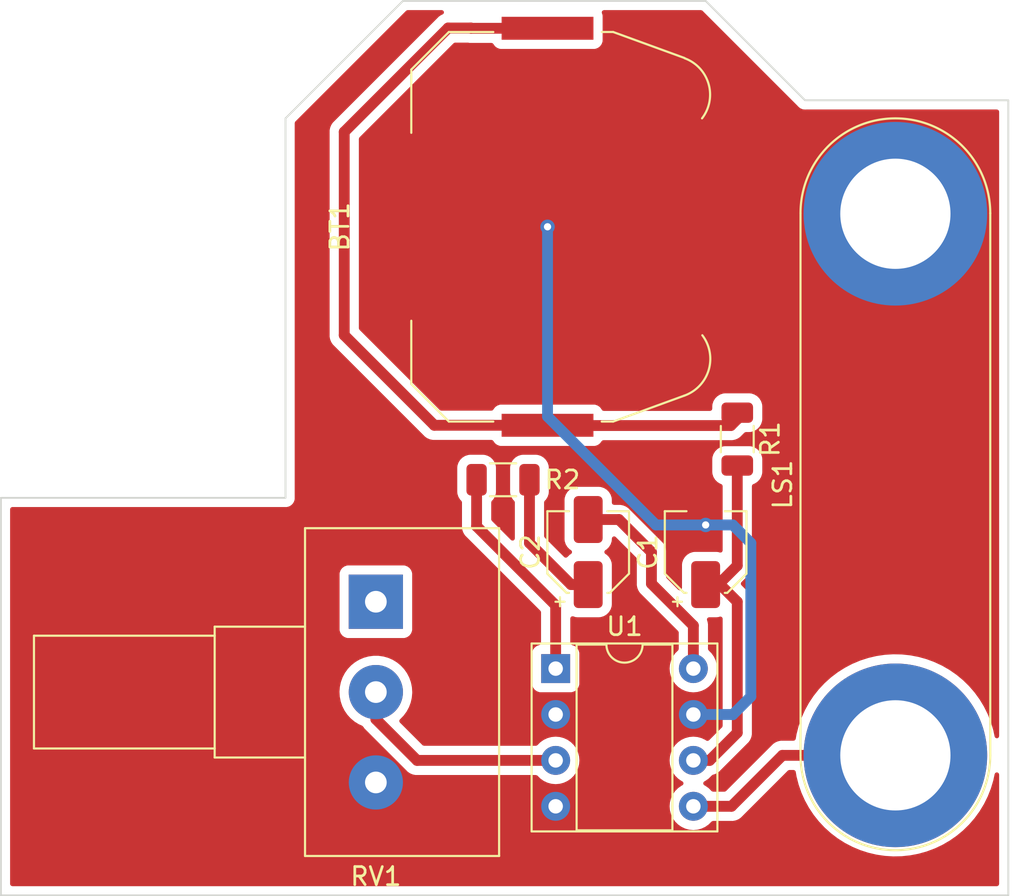
<source format=kicad_pcb>
(kicad_pcb (version 20211014) (generator pcbnew)
  (layers (0 "F.Cu" signal) (31 "B.Cu" signal) (34 "B.Paste" user) (35 "F.Paste" user) (36 "B.SilkS" user "B.Silkscreen") (37 "F.SilkS" user "F.Silkscreen") (38 "B.Mask" user) (39 "F.Mask" user) (44 "Edge.Cuts" user))
  (net 0 "")
  (net 1 "Net-(BT1-Pad1)")
  (net 2 "GND")
  (net 3 "Net-(C1-Pad1)")
  (net 4 "Net-(C2-Pad1)")
  (net 5 "Net-(C2-Pad2)")
  (net 6 "Net-(LS1-Pad1)")
  (net 7 "Net-(R2-Pad2)")
  (net 8 "/Audio Input")
  (net 9 "Net-(RV1-Pad2)")
  (footprint "Capacitor_SMD:CP_Elec_4x5.4" (layer "F.Cu") (at 149.25 93.75 90)
    (fp_text reference "C2" (at 0 -3.2 90) (layer "F.SilkS"))
    (fp_text value "10uF")
    (fp_line (start -1.195563 2.26) (end 2.26 2.26) (layer "F.SilkS") (width 0.12))
    (fp_line (start -2.75 -1.81) (end -2.75 -1.31) (layer "F.SilkS") (width 0.12))
    (fp_line (start -2.26 -1.195563) (end -1.195563 -2.26) (layer "F.SilkS") (width 0.12))
    (fp_line (start 2.26 2.26) (end 2.26 1.06) (layer "F.SilkS") (width 0.12))
    (fp_line (start -2.26 -1.195563) (end -2.26 -1.06) (layer "F.SilkS") (width 0.12))
    (fp_line (start -3 -1.56) (end -2.5 -1.56) (layer "F.SilkS") (width 0.12))
    (fp_line (start -1.195563 -2.26) (end 2.26 -2.26) (layer "F.SilkS") (width 0.12))
    (fp_line (start -2.26 1.195563) (end -1.195563 2.26) (layer "F.SilkS") (width 0.12))
    (fp_line (start -2.26 1.195563) (end -2.26 1.06) (layer "F.SilkS") (width 0.12))
    (fp_line (start 2.26 -2.26) (end 2.26 -1.06) (layer "F.SilkS") (width 0.12))
    (pad "1" smd roundrect (at -1.8 0 90) (size 2.6 1.6) (layers "F.Cu" "F.Paste" "F.Mask") (roundrect_rratio 0.15625) (net 4 "Net-(C2-Pad1)"))
    (pad "2" smd roundrect (at 1.8 0 90) (size 2.6 1.6) (layers "F.Cu" "F.Paste" "F.Mask") (roundrect_rratio 0.15625) (net 5 "Net-(C2-Pad2)"))
  )
  (footprint "Battery:BatteryHolder_Keystone_3034_1x20mm" (layer "F.Cu") (at 147 75.75 90)
    (fp_text reference "BT1" (at 0 -11.5 90) (layer "F.SilkS"))
    (fp_text value "Battery")
    (fp_line (start -8.7 -7.54) (end -10.78 -5.46) (layer "F.SilkS") (width 0.12))
    (fp_line (start -5.2 -7.54) (end -8.7 -7.54) (layer "F.SilkS") (width 0.12))
    (fp_line (start 10.78 3.63) (end 9.34 7.58) (layer "F.SilkS") (width 0.12))
    (fp_line (start 10.78 -5.46) (end 10.78 -3) (layer "F.SilkS") (width 0.12))
    (fp_line (start -10.78 3.63) (end -9.34 7.58) (layer "F.SilkS") (width 0.12))
    (fp_line (start -10.78 3) (end -10.78 3.63) (layer "F.SilkS") (width 0.12))
    (fp_line (start 10.78 3) (end 10.78 3.63) (layer "F.SilkS") (width 0.12))
    (fp_line (start 8.7 -7.54) (end 10.78 -5.46) (layer "F.SilkS") (width 0.12))
    (fp_line (start 8.7 -7.54) (end 5.2 -7.54) (layer "F.SilkS") (width 0.12))
    (fp_line (start -10.78 -5.46) (end -10.78 -3) (layer "F.SilkS") (width 0.12))
    (fp_arc (start -6.003354 8.56653) (mid -7.921654 8.918738) (end -9.34 7.58) (layer "F.SilkS") (width 0.12))
    (fp_arc (start 9.325243 7.588169) (mid 7.90634 8.911668) (end 6 8.55) (layer "F.SilkS") (width 0.12))
    (pad "1" smd rect (at 10.985 0 90) (size 1.27 5.08) (layers "F.Cu" "F.Paste" "F.Mask") (net 1 "Net-(BT1-Pad1)"))
    (pad "1" smd rect (at -10.985 0 90) (size 1.27 5.08) (layers "F.Cu" "F.Paste" "F.Mask") (net 1 "Net-(BT1-Pad1)"))
    (pad "2" smd circle (at 0 0 90) (size 17.8 17.8) (layers "F.Cu" "F.Mask") (net 2 "GND"))
  )
  (footprint "Capacitor_SMD:CP_Elec_4x5.4" (layer "F.Cu") (at 155.75 93.75 90)
    (fp_text reference "C1" (at 0 -3.2 90) (layer "F.SilkS"))
    (fp_text value "220uF")
    (fp_line (start -2.26 -1.195563) (end -2.26 -1.06) (layer "F.SilkS") (width 0.12))
    (fp_line (start -1.195563 -2.26) (end 2.26 -2.26) (layer "F.SilkS") (width 0.12))
    (fp_line (start -2.26 1.195563) (end -2.26 1.06) (layer "F.SilkS") (width 0.12))
    (fp_line (start 2.26 2.26) (end 2.26 1.06) (layer "F.SilkS") (width 0.12))
    (fp_line (start -1.195563 2.26) (end 2.26 2.26) (layer "F.SilkS") (width 0.12))
    (fp_line (start -2.75 -1.81) (end -2.75 -1.31) (layer "F.SilkS") (width 0.12))
    (fp_line (start 2.26 -2.26) (end 2.26 -1.06) (layer "F.SilkS") (width 0.12))
    (fp_line (start -2.26 -1.195563) (end -1.195563 -2.26) (layer "F.SilkS") (width 0.12))
    (fp_line (start -3 -1.56) (end -2.5 -1.56) (layer "F.SilkS") (width 0.12))
    (fp_line (start -2.26 1.195563) (end -1.195563 2.26) (layer "F.SilkS") (width 0.12))
    (pad "1" smd roundrect (at -1.8 0 90) (size 2.6 1.6) (layers "F.Cu" "F.Paste" "F.Mask") (roundrect_rratio 0.15625) (net 3 "Net-(C1-Pad1)"))
    (pad "2" smd roundrect (at 1.8 0 90) (size 2.6 1.6) (layers "F.Cu" "F.Paste" "F.Mask") (roundrect_rratio 0.15625) (net 2 "GND"))
  )
  (footprint "Resistor_SMD:R_1206_3216Metric" (layer "F.Cu") (at 157.5 87.5 -90)
    (fp_text reference "R1" (at 0 -1.82 90) (layer "F.SilkS"))
    (fp_text value "10")
    (fp_line (start -0.727064 -0.91) (end 0.727064 -0.91) (layer "F.SilkS") (width 0.12))
    (fp_line (start -0.727064 0.91) (end 0.727064 0.91) (layer "F.SilkS") (width 0.12))
    (pad "1" smd roundrect (at -1.4625 0 270) (size 1.125 1.75) (layers "F.Cu" "F.Paste" "F.Mask") (roundrect_rratio 0.2222222222) (net 1 "Net-(BT1-Pad1)"))
    (pad "2" smd roundrect (at 1.4625 0 270) (size 1.125 1.75) (layers "F.Cu" "F.Paste" "F.Mask") (roundrect_rratio 0.2222222222) (net 3 "Net-(C1-Pad1)"))
  )
  (footprint "Resistor_SMD:R_1206_3216Metric" (layer "F.Cu") (at 144.5375 89.75 180)
    (fp_text reference "R2" (at -3.2875 0) (layer "F.SilkS"))
    (fp_text value "1k")
    (fp_line (start -0.727064 -0.91) (end 0.727064 -0.91) (layer "F.SilkS") (width 0.12))
    (fp_line (start -0.727064 0.91) (end 0.727064 0.91) (layer "F.SilkS") (width 0.12))
    (pad "1" smd roundrect (at -1.4625 0 180) (size 1.125 1.75) (layers "F.Cu" "F.Paste" "F.Mask") (roundrect_rratio 0.2222222222) (net 4 "Net-(C2-Pad1)"))
    (pad "2" smd roundrect (at 1.4625 0 180) (size 1.125 1.75) (layers "F.Cu" "F.Paste" "F.Mask") (roundrect_rratio 0.2222222222) (net 7 "Net-(R2-Pad2)"))
  )
  (footprint "Package_DIP:DIP-8_W7.62mm_Socket" (layer "F.Cu") (at 147.45 100.2)
    (fp_text reference "U1" (at 3.81 -2.33) (layer "F.SilkS"))
    (fp_text value "LM386")
    (fp_line (start 2.81 -1.33) (end 1.16 -1.33) (layer "F.SilkS") (width 0.12))
    (fp_line (start -1.33 9.01) (end 8.95 9.01) (layer "F.SilkS") (width 0.12))
    (fp_line (start 8.95 9.01) (end 8.95 -1.39) (layer "F.SilkS") (width 0.12))
    (fp_line (start 6.46 8.95) (end 6.46 -1.33) (layer "F.SilkS") (width 0.12))
    (fp_line (start 8.95 -1.39) (end -1.33 -1.39) (layer "F.SilkS") (width 0.12))
    (fp_line (start 1.16 -1.33) (end 1.16 8.95) (layer "F.SilkS") (width 0.12))
    (fp_line (start -1.33 -1.39) (end -1.33 9.01) (layer "F.SilkS") (width 0.12))
    (fp_line (start 6.46 -1.33) (end 4.81 -1.33) (layer "F.SilkS") (width 0.12))
    (fp_line (start 1.16 8.95) (end 6.46 8.95) (layer "F.SilkS") (width 0.12))
    (fp_arc (start 4.81 -1.33) (mid 3.81 -0.33) (end 2.81 -1.33) (layer "F.SilkS") (width 0.12))
    (pad "1" thru_hole rect (at 0 0) (size 1.6 1.6) (drill 0.8) (layers *.Cu *.Mask) (net 7 "Net-(R2-Pad2)"))
    (pad "2" thru_hole oval (at 0 2.54) (size 1.6 1.6) (drill 0.8) (layers *.Cu *.Mask) (net 2 "GND"))
    (pad "3" thru_hole oval (at 0 5.08) (size 1.6 1.6) (drill 0.8) (layers *.Cu *.Mask) (net 9 "Net-(RV1-Pad2)"))
    (pad "4" thru_hole oval (at 0 7.62) (size 1.6 1.6) (drill 0.8) (layers *.Cu *.Mask) (net 2 "GND"))
    (pad "5" thru_hole oval (at 7.62 7.62) (size 1.6 1.6) (drill 0.8) (layers *.Cu *.Mask) (net 6 "Net-(LS1-Pad1)"))
    (pad "6" thru_hole oval (at 7.62 5.08) (size 1.6 1.6) (drill 0.8) (layers *.Cu *.Mask) (net 3 "Net-(C1-Pad1)"))
    (pad "7" thru_hole oval (at 7.62 2.54) (size 1.6 1.6) (drill 0.8) (layers *.Cu *.Mask) (net 2 "GND"))
    (pad "8" thru_hole oval (at 7.62 0) (size 1.6 1.6) (drill 0.8) (layers *.Cu *.Mask) (net 5 "Net-(C2-Pad2)"))
  )
  (footprint "Connector:Banana_Jack_2Pin" (layer "F.Cu") (at 166.25 105 90)
    (fp_text reference "LS1" (at 14.985 -6.24 90) (layer "F.SilkS"))
    (fp_text value "Speaker")
    (fp_line (start 0 5.25) (end 30 5.25) (layer "F.SilkS") (width 0.12))
    (fp_line (start 30 -5.25) (end 0 -5.25) (layer "F.SilkS") (width 0.12))
    (fp_arc (start 0 5.25) (mid -5.25 0) (end 0 -5.25) (layer "F.SilkS") (width 0.12))
    (fp_arc (start 30 -5.25) (mid 35.25 0) (end 30 5.25) (layer "F.SilkS") (width 0.12))
    (pad "1" thru_hole circle (at 0 0 90) (size 10.16 10.16) (drill 6.1) (layers *.Cu *.Mask) (net 6 "Net-(LS1-Pad1)"))
    (pad "2" thru_hole circle (at 29.97 0 90) (size 10.16 10.16) (drill 6.1) (layers *.Cu *.Mask) (net 2 "GND"))
  )
  (footprint "Potentiometer_THT:Potentiometer_Alps_RK163_Single_Horizontal" (layer "F.Cu") (at 137.5 96.5)
    (fp_text reference "RV1" (at 0 15.2 180) (layer "F.SilkS"))
    (fp_text value "10k")
    (fp_line (start 6.82 -4.07) (end -3.92 -4.07) (layer "F.SilkS") (width 0.12))
    (fp_line (start 6.82 14.07) (end 6.82 -4.07) (layer "F.SilkS") (width 0.12))
    (fp_line (start -8.92 8.62) (end -8.92 1.38) (layer "F.SilkS") (width 0.12))
    (fp_line (start -18.92 8.12) (end -18.92 1.88) (layer "F.SilkS") (width 0.12))
    (fp_line (start -3.92 8.62) (end -8.92 8.62) (layer "F.SilkS") (width 0.12))
    (fp_line (start -8.92 1.88) (end -18.92 1.88) (layer "F.SilkS") (width 0.12))
    (fp_line (start -8.92 8.12) (end -18.92 8.12) (layer "F.SilkS") (width 0.12))
    (fp_line (start -3.92 1.38) (end -8.92 1.38) (layer "F.SilkS") (width 0.12))
    (fp_line (start -3.92 14.07) (end -3.92 -4.07) (layer "F.SilkS") (width 0.12))
    (fp_line (start 6.82 14.07) (end -3.92 14.07) (layer "F.SilkS") (width 0.12))
    (pad "1" thru_hole rect (at 0 0 180) (size 3 3) (drill 1.2) (layers *.Cu *.Mask) (net 8 "/Audio Input"))
    (pad "2" thru_hole circle (at 0 5 180) (size 3 3) (drill 1.2) (layers *.Cu *.Mask) (net 9 "Net-(RV1-Pad2)"))
    (pad "3" thru_hole circle (at 0 10 180) (size 3 3) (drill 1.2) (layers *.Cu *.Mask) (net 2 "GND"))
  )
  (gr_poly (pts (xy 161.25 68.75) (xy 172.5 68.75) (xy 172.5 112.75) (xy 116.75 112.75) (xy 116.75 90.75) (xy 132.5 90.75) (xy 132.5 69.75) (xy 139 63.25) (xy 155.75 63.25)) (layer "Edge.Cuts") (width 0.1) (fill none))
  (segment (start 147 86.735) (end 140.735 86.735) (width 0.6) (layer "F.Cu") (net 1))
  (segment (start 135.75 70.5) (end 141.5 64.75) (width 0.6) (layer "F.Cu") (net 1))
  (segment (start 157.5 86.39375) (end 157.5 86.0375) (width 0.6) (layer "F.Cu") (net 1))
  (segment (start 140.735 86.735) (end 135.75 81.75) (width 0.6) (layer "F.Cu") (net 1))
  (segment (start 142.75 64.75) (end 142.765 64.765) (width 0.6) (layer "F.Cu") (net 1))
  (segment (start 147 86.735) (end 147.015 86.75) (width 0.6) (layer "F.Cu") (net 1))
  (segment (start 141.5 64.75) (end 142.75 64.75) (width 0.6) (layer "F.Cu") (net 1))
  (segment (start 142.765 64.765) (end 147 64.765) (width 0.6) (layer "F.Cu") (net 1))
  (segment (start 147.015 86.75) (end 157.14375 86.75) (width 0.6) (layer "F.Cu") (net 1))
  (segment (start 135.75 81.75) (end 135.75 70.5) (width 0.6) (layer "F.Cu") (net 1))
  (segment (start 157.14375 86.75) (end 157.5 86.39375) (width 0.6) (layer "F.Cu") (net 1))
  (segment (start 147.45 102.74) (end 148.49 102.74) (width 0.6) (layer "F.Cu") (net 2))
  (segment (start 138.75 107.75) (end 147.38 107.75) (width 0.6) (layer "F.Cu") (net 2))
  (segment (start 147.45 102.74) (end 155.07 102.74) (width 0.6) (layer "F.Cu") (net 2))
  (segment (start 149.75 107) (end 148.93 107.82) (width 0.6) (layer "F.Cu") (net 2))
  (segment (start 147 75.75) (end 165.53 75.75) (width 0.6) (layer "F.Cu") (net 2))
  (segment (start 147.38 107.75) (end 147.45 107.82) (width 0.6) (layer "F.Cu") (net 2))
  (segment (start 149.75 104) (end 149.75 107) (width 0.6) (layer "F.Cu") (net 2))
  (segment (start 148.93 107.82) (end 147.45 107.82) (width 0.6) (layer "F.Cu") (net 2))
  (segment (start 137.5 106.5) (end 138.75 107.75) (width 0.6) (layer "F.Cu") (net 2))
  (segment (start 148.49 102.74) (end 149.75 104) (width 0.6) (layer "F.Cu") (net 2))
  (segment (start 165.53 75.75) (end 166.25 75.03) (width 0.6) (layer "F.Cu") (net 2))
  (via (at 147 75.75) (size 0.8) (drill 0.4) (layers "F.Cu" "B.Cu") (net 2))
  (via (at 155.75 92.25) (size 0.8) (drill 0.4) (layers "F.Cu" "B.Cu") (net 2))
  (segment (start 158.25 101.75) (end 157.25 102.75) (width 0.6) (layer "B.Cu") (net 2))
  (segment (start 155.75 92.25) (end 157.25 92.25) (width 0.6) (layer "B.Cu") (net 2))
  (segment (start 157.24 102.74) (end 155.07 102.74) (width 0.6) (layer "B.Cu") (net 2))
  (segment (start 147 86.25) (end 153 92.25) (width 0.6) (layer "B.Cu") (net 2))
  (segment (start 157.25 92.25) (end 158.25 93.25) (width 0.6) (layer "B.Cu") (net 2))
  (segment (start 153 92.25) (end 155.75 92.25) (width 0.6) (layer "B.Cu") (net 2))
  (segment (start 157.25 102.75) (end 157.24 102.74) (width 0.6) (layer "B.Cu") (net 2))
  (segment (start 158.25 93.25) (end 158.25 101.75) (width 0.6) (layer "B.Cu") (net 2))
  (segment (start 147 75.75) (end 147 86.25) (width 0.6) (layer "B.Cu") (net 2))
  (segment (start 156.45 95.55) (end 155.75 95.55) (width 0.6) (layer "F.Cu") (net 3))
  (segment (start 156.55 95.55) (end 157.5 96.5) (width 0.6) (layer "F.Cu") (net 3))
  (segment (start 155.75 95.55) (end 156.55 95.55) (width 0.6) (layer "F.Cu") (net 3))
  (segment (start 157.5 88.9625) (end 157.5 94.5) (width 0.6) (layer "F.Cu") (net 3))
  (segment (start 155.97 105.28) (end 155.07 105.28) (width 0.6) (layer "F.Cu") (net 3))
  (segment (start 157.5 96.5) (end 157.5 103.75) (width 0.6) (layer "F.Cu") (net 3))
  (segment (start 157.5 94.5) (end 156.45 95.55) (width 0.6) (layer "F.Cu") (net 3))
  (segment (start 157.5 103.75) (end 155.97 105.28) (width 0.6) (layer "F.Cu") (net 3))
  (segment (start 148.3 95.55) (end 149.25 95.55) (width 0.6) (layer "F.Cu") (net 4))
  (segment (start 146 89.75) (end 146 93.25) (width 0.6) (layer "F.Cu") (net 4))
  (segment (start 146 93.25) (end 148.3 95.55) (width 0.6) (layer "F.Cu") (net 4))
  (segment (start 152.75 95.5) (end 155.07 97.82) (width 0.6) (layer "F.Cu") (net 5))
  (segment (start 150.95 91.95) (end 152.75 93.75) (width 0.6) (layer "F.Cu") (net 5))
  (segment (start 155.07 97.82) (end 155.07 100.2) (width 0.6) (layer "F.Cu") (net 5))
  (segment (start 152.75 93.75) (end 152.75 95.5) (width 0.6) (layer "F.Cu") (net 5))
  (segment (start 149.25 91.95) (end 150.95 91.95) (width 0.6) (layer "F.Cu") (net 5))
  (segment (start 160 105) (end 166.25 105) (width 0.6) (layer "F.Cu") (net 6))
  (segment (start 157.18 107.82) (end 160 105) (width 0.6) (layer "F.Cu") (net 6))
  (segment (start 155.07 107.82) (end 157.18 107.82) (width 0.6) (layer "F.Cu") (net 6))
  (segment (start 147.45 96.7) (end 147.45 100.2) (width 0.6) (layer "F.Cu") (net 7))
  (segment (start 143.075 92.325) (end 147.45 96.7) (width 0.6) (layer "F.Cu") (net 7))
  (segment (start 143.075 89.75) (end 143.075 92.325) (width 0.6) (layer "F.Cu") (net 7))
  (segment (start 137.5 101.5) (end 137.5 103) (width 0.6) (layer "F.Cu") (net 9))
  (segment (start 137.5 103) (end 139.78 105.28) (width 0.6) (layer "F.Cu") (net 9))
  (segment (start 139.78 105.28) (end 147.45 105.28) (width 0.6) (layer "F.Cu") (net 9))
  (zone (net 2) (net_name "GND") (layer "F.Cu") (connect_pads yes (clearance 0.508)) (min_thickness 0.254) (fill yes (thermal_gap 0.508) (thermal_bridge_width 0.508))
    (polygon (pts (xy 155.5 63.25) (xy 161.5 69.25) (xy 172.25 69.25) (xy 172 112.5) (xy 117 112.5) (xy 117.25 91) (xy 132.75 90.75) (xy 132.75 69.75) (xy 139.25 63.25)))
  )
)
</source>
